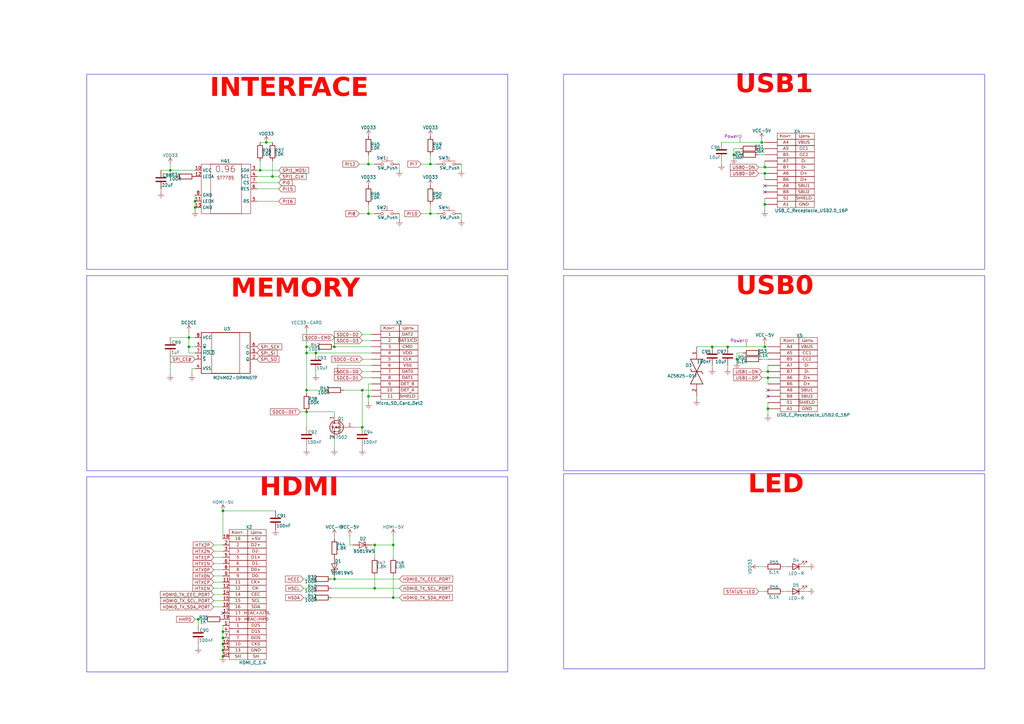
<source format=kicad_sch>
(kicad_sch (version 20250114) (generator "eeschema") (generator_version "9.0")
  (paper "A3")
  (title_block (title "Модуль вычислительный") (date "2025-05-19") (rev "1") (company "РТУ МИРЭА") (comment 1 "МРАГ.467442.002.Э3") (comment 2 "Корнилов В.В."))
  (rectangle (start 231.14 30.48) (end 403.86 110.49))
  (rectangle (start 35.56 195.58) (end 208.28 275.59))
  (rectangle (start 231.14 194.31) (end 403.86 274.32))
  (rectangle (start 35.56 113.03) (end 208.28 193.04))
  (rectangle (start 35.56 30.48) (end 208.28 110.49))
  (rectangle (start 231.14 113.03) (end 403.86 193.04))
  (text "USB1" (at 317.5 36.83 0) (effects (font (size 7.62 7.62) (thickness 0.254) (bold yes))))
  (text "INTERFACE" (at 118.618 38.354 0) (effects (font (size 7.62 7.62) (thickness 0.254) (bold yes))))
  (text "LED" (at 318.262 200.914 0) (effects (font (size 7.62 7.62) (thickness 0.254) (bold yes))))
  (text "USB0" (at 317.754 119.634 0) (effects (font (size 7.62 7.62) (thickness 0.254) (bold yes))))
  (text "MEMORY" (at 121.158 120.65 0) (effects (font (size 7.62 7.62) (thickness 0.254) (bold yes))))
  (text "HDMI" (at 122.682 202.184 0) (effects (font (size 7.62 7.62) (thickness 0.254) (bold yes))))
  (junction (at 314.96 152.4))
  (junction (at 161.29 245.11))
  (junction (at 148.59 160.02))
  (junction (at 125.73 144.78))
  (junction (at 137.16 237.49))
  (junction (at 313.69 71.12))
  (junction (at 80.01 82.55))
  (junction (at 314.96 167.64))
  (junction (at 176.53 67.31))
  (junction (at 176.53 87.63))
  (junction (at 151.13 67.31))
  (junction (at 148.59 175.26))
  (junction (at 77.47 142.24))
  (junction (at 125.73 168.91))
  (junction (at 292.1 142.24))
  (junction (at 125.73 160.02))
  (junction (at 313.69 142.24))
  (junction (at 109.22 58.42))
  (junction (at 91.44 259.08))
  (junction (at 91.44 261.62))
  (junction (at 300.99 63.5))
  (junction (at 298.45 142.24))
  (junction (at 151.13 162.56))
  (junction (at 77.47 138.43))
  (junction (at 111.76 72.39))
  (junction (at 129.54 144.78))
  (junction (at 106.68 69.85))
  (junction (at 153.67 241.3))
  (junction (at 137.16 142.24))
  (junction (at 312.42 58.42))
  (junction (at 151.13 87.63))
  (junction (at 80.01 85.09))
  (junction (at 313.69 68.58))
  (junction (at 153.67 223.52))
  (junction (at 81.28 254))
  (junction (at 91.44 209.55))
  (junction (at 91.44 264.16))
  (junction (at 302.26 147.32))
  (junction (at 69.85 69.85))
  (junction (at 125.73 142.24))
  (junction (at 161.29 223.52))
  (junction (at 91.44 266.7))
  (junction (at 314.96 154.94))
  (junction (at 91.44 269.24))
  (junction (at 313.69 83.82))
  (no_connect (at 313.69 78.74))
  (no_connect (at 314.96 160.02))
  (no_connect (at 91.44 251.46))
  (no_connect (at 314.96 162.56))
  (no_connect (at 313.69 76.2))
  (wire (pts (xy 124.46 237.49) (xy 128.27 237.49)))
  (wire (pts (xy 148.59 147.32) (xy 152.4 147.32)))
  (wire (pts (xy 314.96 167.64) (xy 314.96 170.18)))
  (wire (pts (xy 147.32 67.31) (xy 151.13 67.31)))
  (wire (pts (xy 153.67 241.3) (xy 153.67 236.22)))
  (wire (pts (xy 152.4 223.52) (xy 153.67 223.52)))
  (wire (pts (xy 143.51 223.52) (xy 144.78 223.52)))
  (wire (pts (xy 314.96 154.94) (xy 312.42 154.94)))
  (wire (pts (xy 314.96 149.86) (xy 314.96 152.4)))
  (wire (pts (xy 137.16 180.34) (xy 137.16 184.15)))
  (wire (pts (xy 125.73 144.78) (xy 125.73 160.02)))
  (wire (pts (xy 125.73 144.78) (xy 129.54 144.78)))
  (wire (pts (xy 69.85 138.43) (xy 77.47 138.43)))
  (wire (pts (xy 300.99 64.77) (xy 300.99 63.5)))
  (wire (pts (xy 153.67 67.31) (xy 151.13 67.31)))
  (wire (pts (xy 87.63 248.92) (xy 91.44 248.92)))
  (wire (pts (xy 148.59 182.88) (xy 148.59 184.15)))
  (wire (pts (xy 137.16 168.91) (xy 137.16 170.18)))
  (wire (pts (xy 87.63 223.52) (xy 91.44 223.52)))
  (wire (pts (xy 322.58 242.57) (xy 321.31 242.57)))
  (wire (pts (xy 312.42 144.78) (xy 314.96 144.78)))
  (wire (pts (xy 91.44 259.08) (xy 91.44 261.62)))
  (wire (pts (xy 125.73 135.89) (xy 125.73 142.24)))
  (wire (pts (xy 148.59 152.4) (xy 152.4 152.4)))
  (wire (pts (xy 77.47 138.43) (xy 77.47 135.89)))
  (wire (pts (xy 69.85 146.05) (xy 69.85 153.67)))
  (wire (pts (xy 69.85 72.39) (xy 69.85 69.85)))
  (wire (pts (xy 87.63 243.84) (xy 91.44 243.84)))
  (wire (pts (xy 114.3 77.47) (xy 105.41 77.47)))
  (wire (pts (xy 106.68 66.04) (xy 106.68 69.85)))
  (wire (pts (xy 148.59 160.02) (xy 152.4 160.02)))
  (wire (pts (xy 125.73 175.26) (xy 125.73 168.91)))
  (wire (pts (xy 91.44 209.55) (xy 113.03 209.55)))
  (wire (pts (xy 124.46 245.11) (xy 128.27 245.11)))
  (wire (pts (xy 331.47 232.41) (xy 330.2 232.41)))
  (wire (pts (xy 314.96 165.1) (xy 314.96 167.64)))
  (wire (pts (xy 148.59 160.02) (xy 148.59 175.26)))
  (wire (pts (xy 163.83 67.31) (xy 163.83 69.85)))
  (wire (pts (xy 179.07 67.31) (xy 176.53 67.31)))
  (wire (pts (xy 313.69 66.04) (xy 313.69 68.58)))
  (wire (pts (xy 148.59 154.94) (xy 152.4 154.94)))
  (wire (pts (xy 161.29 245.11) (xy 163.83 245.11)))
  (wire (pts (xy 123.19 168.91) (xy 125.73 168.91)))
  (wire (pts (xy 303.53 63.5) (xy 300.99 63.5)))
  (wire (pts (xy 125.73 144.78) (xy 125.73 142.24)))
  (wire (pts (xy 298.45 142.24) (xy 292.1 142.24)))
  (wire (pts (xy 322.58 232.41) (xy 321.31 232.41)))
  (wire (pts (xy 151.13 87.63) (xy 151.13 83.82)))
  (wire (pts (xy 161.29 223.52) (xy 161.29 219.71)))
  (wire (pts (xy 69.85 69.85) (xy 80.01 69.85)))
  (wire (pts (xy 311.15 63.5) (xy 313.69 63.5)))
  (wire (pts (xy 87.63 228.6) (xy 91.44 228.6)))
  (wire (pts (xy 91.44 261.62) (xy 91.44 264.16)))
  (wire (pts (xy 124.46 241.3) (xy 128.27 241.3)))
  (wire (pts (xy 140.97 160.02) (xy 148.59 160.02)))
  (wire (pts (xy 302.26 148.59) (xy 302.26 147.32)))
  (wire (pts (xy 137.16 237.49) (xy 163.83 237.49)))
  (wire (pts (xy 80.01 151.13) (xy 78.74 151.13)))
  (wire (pts (xy 125.73 168.91) (xy 137.16 168.91)))
  (wire (pts (xy 189.23 67.31) (xy 189.23 69.85)))
  (wire (pts (xy 313.69 140.97) (xy 313.69 142.24)))
  (wire (pts (xy 151.13 67.31) (xy 151.13 63.5)))
  (wire (pts (xy 80.01 80.01) (xy 80.01 82.55)))
  (wire (pts (xy 312.42 57.15) (xy 312.42 58.42)))
  (wire (pts (xy 314.96 152.4) (xy 312.42 152.4)))
  (wire (pts (xy 153.67 223.52) (xy 161.29 223.52)))
  (wire (pts (xy 314.96 154.94) (xy 314.96 157.48)))
  (wire (pts (xy 87.63 233.68) (xy 91.44 233.68)))
  (wire (pts (xy 114.3 72.39) (xy 111.76 72.39)))
  (wire (pts (xy 137.16 219.71) (xy 137.16 220.98)))
  (wire (pts (xy 152.4 157.48) (xy 151.13 157.48)))
  (wire (pts (xy 106.68 69.85) (xy 105.41 69.85)))
  (wire (pts (xy 313.69 68.58) (xy 311.15 68.58)))
  (wire (pts (xy 179.07 87.63) (xy 176.53 87.63)))
  (wire (pts (xy 153.67 223.52) (xy 153.67 228.6)))
  (wire (pts (xy 77.47 138.43) (xy 80.01 138.43)))
  (wire (pts (xy 312.42 58.42) (xy 295.91 58.42)))
  (wire (pts (xy 161.29 236.22) (xy 161.29 245.11)))
  (wire (pts (xy 114.3 82.55) (xy 105.41 82.55)))
  (wire (pts (xy 125.73 160.02) (xy 125.73 161.29)))
  (wire (pts (xy 311.15 242.57) (xy 313.69 242.57)))
  (wire (pts (xy 106.68 58.42) (xy 109.22 58.42)))
  (wire (pts (xy 91.44 256.54) (xy 91.44 259.08)))
  (wire (pts (xy 313.69 142.24) (xy 298.45 142.24)))
  (wire (pts (xy 81.28 265.43) (xy 81.28 264.16)))
  (wire (pts (xy 80.01 144.78) (xy 77.47 144.78)))
  (wire (pts (xy 77.47 142.24) (xy 80.01 142.24)))
  (wire (pts (xy 137.16 142.24) (xy 152.4 142.24)))
  (wire (pts (xy 312.42 58.42) (xy 313.69 58.42)))
  (wire (pts (xy 78.74 151.13) (xy 78.74 153.67)))
  (wire (pts (xy 87.63 241.3) (xy 91.44 241.3)))
  (wire (pts (xy 304.8 147.32) (xy 302.26 147.32)))
  (wire (pts (xy 172.72 87.63) (xy 176.53 87.63)))
  (wire (pts (xy 114.3 74.93) (xy 105.41 74.93)))
  (wire (pts (xy 138.43 151.13) (xy 138.43 149.86)))
  (wire (pts (xy 161.29 245.11) (xy 135.89 245.11)))
  (wire (pts (xy 147.32 87.63) (xy 151.13 87.63)))
  (wire (pts (xy 66.04 69.85) (xy 69.85 69.85)))
  (wire (pts (xy 153.67 241.3) (xy 163.83 241.3)))
  (wire (pts (xy 87.63 238.76) (xy 91.44 238.76)))
  (wire (pts (xy 153.67 87.63) (xy 151.13 87.63)))
  (wire (pts (xy 313.69 83.82) (xy 313.69 81.28)))
  (wire (pts (xy 298.45 149.86) (xy 298.45 151.13)))
  (wire (pts (xy 80.01 254) (xy 81.28 254)))
  (wire (pts (xy 72.39 72.39) (xy 69.85 72.39)))
  (wire (pts (xy 80.01 82.55) (xy 80.01 85.09)))
  (wire (pts (xy 313.69 71.12) (xy 311.15 71.12)))
  (wire (pts (xy 91.44 269.24) (xy 91.44 266.7)))
  (wire (pts (xy 176.53 87.63) (xy 176.53 83.82)))
  (wire (pts (xy 138.43 149.86) (xy 152.4 149.86)))
  (wire (pts (xy 311.15 232.41) (xy 313.69 232.41)))
  (wire (pts (xy 137.16 138.43) (xy 137.16 142.24)))
  (wire (pts (xy 69.85 67.31) (xy 69.85 69.85)))
  (wire (pts (xy 300.99 63.5) (xy 300.99 60.96)))
  (wire (pts (xy 312.42 147.32) (xy 314.96 147.32)))
  (wire (pts (xy 148.59 139.7) (xy 152.4 139.7)))
  (wire (pts (xy 313.69 71.12) (xy 313.69 73.66)))
  (wire (pts (xy 148.59 137.16) (xy 152.4 137.16)))
  (wire (pts (xy 285.75 163.83) (xy 285.75 162.56)))
  (wire (pts (xy 151.13 162.56) (xy 152.4 162.56)))
  (wire (pts (xy 135.89 241.3) (xy 153.67 241.3)))
  (wire (pts (xy 172.72 67.31) (xy 176.53 67.31)))
  (wire (pts (xy 109.22 58.42) (xy 111.76 58.42)))
  (wire (pts (xy 313.69 86.36) (xy 313.69 83.82)))
  (wire (pts (xy 77.47 144.78) (xy 77.47 142.24)))
  (wire (pts (xy 295.91 66.04) (xy 295.91 67.31)))
  (wire (pts (xy 143.51 219.71) (xy 143.51 223.52)))
  (wire (pts (xy 91.44 264.16) (xy 91.44 266.7)))
  (wire (pts (xy 151.13 165.1) (xy 151.13 162.56)))
  (wire (pts (xy 87.63 226.06) (xy 91.44 226.06)))
  (wire (pts (xy 111.76 72.39) (xy 105.41 72.39)))
  (wire (pts (xy 292.1 149.86) (xy 292.1 151.13)))
  (wire (pts (xy 137.16 236.22) (xy 137.16 237.49)))
  (wire (pts (xy 292.1 142.24) (xy 285.75 142.24)))
  (wire (pts (xy 80.01 86.36) (xy 80.01 85.09)))
  (wire (pts (xy 311.15 60.96) (xy 313.69 60.96)))
  (wire (pts (xy 151.13 157.48) (xy 151.13 162.56)))
  (wire (pts (xy 81.28 254) (xy 81.28 256.54)))
  (wire (pts (xy 133.35 160.02) (xy 125.73 160.02)))
  (wire (pts (xy 111.76 66.04) (xy 111.76 72.39)))
  (wire (pts (xy 87.63 246.38) (xy 91.44 246.38)))
  (wire (pts (xy 302.26 147.32) (xy 302.26 144.78)))
  (wire (pts (xy 331.47 242.57) (xy 330.2 242.57)))
  (wire (pts (xy 91.44 209.55) (xy 91.44 220.98)))
  (wire (pts (xy 114.3 69.85) (xy 106.68 69.85)))
  (wire (pts (xy 144.78 175.26) (xy 148.59 175.26)))
  (wire (pts (xy 87.63 236.22) (xy 91.44 236.22)))
  (wire (pts (xy 152.4 144.78) (xy 129.54 144.78)))
  (wire (pts (xy 161.29 223.52) (xy 161.29 228.6)))
  (wire (pts (xy 176.53 67.31) (xy 176.53 63.5)))
  (wire (pts (xy 87.63 231.14) (xy 91.44 231.14)))
  (wire (pts (xy 313.69 142.24) (xy 314.96 142.24)))
  (wire (pts (xy 302.26 144.78) (xy 304.8 144.78)))
  (wire (pts (xy 129.54 152.4) (xy 129.54 153.67)))
  (wire (pts (xy 135.89 237.49) (xy 137.16 237.49)))
  (wire (pts (xy 189.23 87.63) (xy 189.23 90.17)))
  (wire (pts (xy 81.28 254) (xy 83.82 254)))
  (wire (pts (xy 163.83 87.63) (xy 163.83 90.17)))
  (wire (pts (xy 300.99 60.96) (xy 303.53 60.96)))
  (wire (pts (xy 125.73 142.24) (xy 129.54 142.24)))
  (wire (pts (xy 66.04 77.47) (xy 66.04 78.74)))
  (wire (pts (xy 77.47 142.24) (xy 77.47 138.43)))
  (wire (pts (xy 125.73 182.88) (xy 125.73 184.15)))
  (global_label "HTX0N" (shape input) (at 87.63 236.22 180) (property "Intersheetrefs" "${INTERSHEET_REFS}" (effects (hide yes))))
  (global_label "USB0-DN" (shape input) (at 311.15 68.58 180) (property "Intersheetrefs" "${INTERSHEET_REFS}" (effects (hide yes))))
  (global_label "SDC0-DET" (shape input) (at 123.19 168.91 180) (property "Intersheetrefs" "${INTERSHEET_REFS}" (effects (hide yes))))
  (global_label "PI7" (shape input) (at 172.72 67.31 180) (property "Intersheetrefs" "${INTERSHEET_REFS}" (effects (hide yes))))
  (global_label "SDC0-D2" (shape input) (at 148.59 137.16 180) (property "Intersheetrefs" "${INTERSHEET_REFS}" (effects (hide yes))))
  (global_label "PI15" (shape input) (at 114.3 77.47 0) (property "Intersheetrefs" "${INTERSHEET_REFS}" (effects (hide yes))))
  (global_label "PI10" (shape input) (at 172.72 87.63 180) (property "Intersheetrefs" "${INTERSHEET_REFS}" (effects (hide yes))))
  (global_label "SPI1_CLK" (shape input) (at 114.3 72.39 0) (property "Intersheetrefs" "${INTERSHEET_REFS}" (effects (hide yes))))
  (global_label "PI8" (shape input) (at 147.32 87.63 180) (property "Intersheetrefs" "${INTERSHEET_REFS}" (effects (hide yes))))
  (global_label "PI12" (shape input) (at 147.32 67.31 180) (property "Intersheetrefs" "${INTERSHEET_REFS}" (effects (hide yes))))
  (global_label "USB1-DP" (shape input) (at 312.42 154.94 180) (property "Intersheetrefs" "${INTERSHEET_REFS}" (effects (hide yes))))
  (global_label "SDC0-D3" (shape input) (at 148.59 139.7 180) (property "Intersheetrefs" "${INTERSHEET_REFS}" (effects (hide yes))))
  (global_label "PI16" (shape input) (at 114.3 82.55 0) (property "Intersheetrefs" "${INTERSHEET_REFS}" (effects (hide yes))))
  (global_label "HDMI0_TX_CEC_PORT" (shape input) (at 163.83 237.49 0) (property "Intersheetrefs" "${INTERSHEET_REFS}" (effects (hide yes))))
  (global_label "HDMI0_TX_SDA_PORT" (shape input) (at 163.83 245.11 0) (property "Intersheetrefs" "${INTERSHEET_REFS}" (effects (hide yes))))
  (global_label "HSDA" (shape input) (at 124.46 245.11 180) (property "Intersheetrefs" "${INTERSHEET_REFS}" (effects (hide yes))))
  (global_label "HDMI0_TX_SCL_PORT" (shape input) (at 87.63 246.38 180) (property "Intersheetrefs" "${INTERSHEET_REFS}" (effects (hide yes))))
  (global_label "HTX2N" (shape input) (at 87.63 226.06 180) (property "Intersheetrefs" "${INTERSHEET_REFS}" (effects (hide yes))))
  (global_label "USB0-DP" (shape input) (at 311.15 71.12 180) (property "Intersheetrefs" "${INTERSHEET_REFS}" (effects (hide yes))))
  (global_label "HTX0P" (shape input) (at 87.63 233.68 180) (property "Intersheetrefs" "${INTERSHEET_REFS}" (effects (hide yes))))
  (global_label "HTX2P" (shape input) (at 87.63 223.52 180) (property "Intersheetrefs" "${INTERSHEET_REFS}" (effects (hide yes))))
  (global_label "HTX1N" (shape input) (at 87.63 231.14 180) (property "Intersheetrefs" "${INTERSHEET_REFS}" (effects (hide yes))))
  (global_label "SDC0-CLK" (shape input) (at 148.59 147.32 180) (property "Intersheetrefs" "${INTERSHEET_REFS}" (effects (hide yes))))
  (global_label "HDMI0_TX_SDA_PORT" (shape input) (at 87.63 248.92 180) (property "Intersheetrefs" "${INTERSHEET_REFS}" (effects (hide yes))))
  (global_label "SDC0-D1" (shape input) (at 148.59 154.94 180) (property "Intersheetrefs" "${INTERSHEET_REFS}" (effects (hide yes))))
  (global_label "USB1-DN" (shape input) (at 312.42 152.4 180) (property "Intersheetrefs" "${INTERSHEET_REFS}" (effects (hide yes))))
  (global_label "PI0" (shape input) (at 114.3 74.93 0) (property "Intersheetrefs" "${INTERSHEET_REFS}" (effects (hide yes))))
  (global_label "HDMI0_TX_CEC_PORT" (shape input) (at 87.63 243.84 180) (property "Intersheetrefs" "${INTERSHEET_REFS}" (effects (hide yes))))
  (global_label "HCEC" (shape input) (at 124.46 237.49 180) (property "Intersheetrefs" "${INTERSHEET_REFS}" (effects (hide yes))))
  (global_label "HDMI0_TX_SCL_PORT" (shape input) (at 163.83 241.3 0) (property "Intersheetrefs" "${INTERSHEET_REFS}" (effects (hide yes))))
  (global_label "SDC0-CMD" (shape input) (at 137.16 138.43 180) (property "Intersheetrefs" "${INTERSHEET_REFS}" (effects (hide yes))))
  (global_label "HHPD" (shape input) (at 80.01 254 180) (property "Intersheetrefs" "${INTERSHEET_REFS}" (effects (hide yes))))
  (global_label "SDC0-D0" (shape input) (at 148.59 152.4 180) (property "Intersheetrefs" "${INTERSHEET_REFS}" (effects (hide yes))))
  (global_label "HTX1P" (shape input) (at 87.63 228.6 180) (property "Intersheetrefs" "${INTERSHEET_REFS}" (effects (hide yes))))
  (global_label "HTXCP" (shape input) (at 87.63 238.76 180) (property "Intersheetrefs" "${INTERSHEET_REFS}" (effects (hide yes))))
  (global_label "SPI_SCK" (shape input) (at 105.41 142.24 0) (property "Intersheetrefs" "${INTERSHEET_REFS}" (effects (hide yes))))
  (global_label "HTXCN" (shape input) (at 87.63 241.3 180) (property "Intersheetrefs" "${INTERSHEET_REFS}" (effects (hide yes))))
  (global_label "SPI_SI" (shape input) (at 105.41 144.78 0) (property "Intersheetrefs" "${INTERSHEET_REFS}" (effects (hide yes))))
  (global_label "HSCL" (shape input) (at 124.46 241.3 180) (property "Intersheetrefs" "${INTERSHEET_REFS}" (effects (hide yes))))
  (global_label "STATUS-LED" (shape input) (at 311.15 242.57 180) (property "Intersheetrefs" "${INTERSHEET_REFS}" (effects (hide yes))))
  (global_label "SPI_SO" (shape input) (at 105.41 147.32 0) (property "Intersheetrefs" "${INTERSHEET_REFS}" (effects (hide yes))))
  (global_label "SPI_CE#" (shape input) (at 80.01 147.32 180) (property "Intersheetrefs" "${INTERSHEET_REFS}" (effects (hide yes))))
  (global_label "SPI1_MOSI" (shape input) (at 114.3 69.85 0) (property "Intersheetrefs" "${INTERSHEET_REFS}" (effects (hide yes))))
  (netclass_flag "" (length 2.54) (shape round) (at 303.53 58.42 0) (property "Netclass" "Power" (at 302.8315 55.88 0) (effects (justify right))))
  (netclass_flag "" (length 2.54) (shape round) (at 306.07 142.24 0) (property "Netclass" "Power" (at 305.3715 139.7 0) (effects (justify right))))
  (symbol (lib_id "Connector:USB_C_Receptacle_USB2.0_16P") (at 320.04 138.43 0) (unit 1)
    (property "Reference" "X5" (at 326.644 137.668 0) (effects (justify left)))
    (property "Value" "USB_C_Receptacle_USB2.0_16P" (at 318.516 170.18 0) (effects (justify left)))
    (property "Footprint" "Connector_USB:USB_C_Receptacle_G-Switch_GT-USB-7010ASV" (effects (hide yes)))
    (property "Datasheet" "https://www.usb.org/sites/default/files/documents/usb_type-c.zip" (effects (hide yes)))
    (property "Description" "USB 2.0-only 16P Type-C Receptacle connector" (effects (hide yes)))
  )
  (symbol (lib_id "Memory_EEPROM:M95256-WMN6P") (at 90.17 142.24 0) (unit 1)
    (property "Reference" "U3" (at 91.694 134.874 0) (effects (justify left)))
    (property "Value" "M24M02-DRMN6TP" (at 87.376 154.94 0) (effects (justify left)))
    (property "Footprint" "Package_SO:SOIC-8_3.9x4.9mm_P1.27mm" (effects (hide yes)))
    (property "Datasheet" "http://www.st.com/content/ccc/resource/technical/document/datasheet/9d/75/f0/3e/76/00/4c/0b/CD00103810.pdf/files/CD00103810.pdf/jcr:content/translations/en.CD00103810.pdf" (effects (hide yes)))
    (property "Description" "SPI EEPROM, 256Kb (32K x 8), No Identification Page, 2.5 to 5.5V, SO8" (effects (hide yes)))
  )
  (symbol (lib_id "Device:R") (at 76.2 72.39 270) (unit 1)
    (property "Reference" "R34" (at 72.136 71.628 90))
    (property "Value" "100R" (at 71.882 73.406 90))
    (property "Footprint" "Resistor_SMD:R_0402_1005Metric" (effects (hide yes)))
    (property "Description" "Resistor" (effects (hide yes)))
  )
  (symbol (lib_id "power:Earth") (at 80.01 86.36 0) (unit 1)
    (property "Reference" "#PWR0154" (effects (hide yes)))
    (property "Value" "Earth" (effects (hide yes)))
    (property "Description" "Power symbol creates a global label with name \"Earth\"" (effects (hide yes)))
  )
  (symbol (lib_name "USB_C_Receptacle_USB2.0_16P_1") (lib_id "Connector:USB_C_Receptacle_USB2.0_16P") (at 318.77 66.04 0) (unit 1)
    (property "Reference" "X4" (at 325.628 53.848 0) (effects (justify left)))
    (property "Value" "USB_C_Receptacle_USB2.0_16P" (at 317.754 86.36 0) (effects (justify left)))
    (property "Footprint" "Connector_USB:USB_C_Receptacle_G-Switch_GT-USB-7010ASV" (effects (hide yes)))
    (property "Datasheet" "https://www.usb.org/sites/default/files/documents/usb_type-c.zip" (effects (hide yes)))
    (property "Description" "USB 2.0-only 16P Type-C Receptacle connector" (effects (hide yes)))
  )
  (symbol (lib_id "Device:R") (at 87.63 254 270) (unit 1)
    (property "Reference" "R35" (at 83.566 253.238 90))
    (property "Value" "1K" (at 83.312 255.016 90))
    (property "Footprint" "Resistor_SMD:R_0402_1005Metric" (effects (hide yes)))
    (property "Description" "Resistor" (effects (hide yes)))
  )
  (symbol (lib_id "Device:R") (at 151.13 80.01 0) (unit 1)
    (property "Reference" "R46" (at 153.924 79.502 0))
    (property "Value" "10K" (at 153.924 81.026 0))
    (property "Footprint" "Resistor_SMD:R_0402_1005Metric" (effects (hide yes)))
    (property "Description" "Resistor" (effects (hide yes)))
  )
  (symbol (lib_id "Device:C") (at 148.59 179.07 0) (unit 1)
    (property "Reference" "C94" (at 149.098 177.292 0) (effects (justify left)))
    (property "Value" "100nF" (at 148.844 181.356 0) (effects (justify left)))
    (property "Footprint" "Capacitor_SMD:C_0402_1005Metric" (effects (hide yes)))
    (property "Description" "Unpolarized capacitor" (effects (hide yes)))
  )
  (symbol (lib_id "Device:R") (at 176.53 80.01 0) (unit 1)
    (property "Reference" "R50" (at 179.324 79.502 0))
    (property "Value" "10K" (at 179.324 81.026 0))
    (property "Footprint" "Resistor_SMD:R_0402_1005Metric" (effects (hide yes)))
    (property "Description" "Resistor" (effects (hide yes)))
  )
  (symbol (lib_id "power:+3V8") (at 91.44 209.55 0) (unit 1)
    (property "Reference" "#PWR0156" (effects (hide yes)))
    (property "Value" "HDMI-5V" (at 91.44 205.994 0))
    (property "Description" "Power symbol creates a global label with name \"+3V8\"" (effects (hide yes)))
  )
  (symbol (lib_id "Device:R") (at 132.08 241.3 270) (unit 1)
    (property "Reference" "R40" (at 128.016 240.538 90))
    (property "Value" "100R" (at 127.508 242.316 90))
    (property "Footprint" "Resistor_SMD:R_0402_1005Metric" (effects (hide yes)))
    (property "Description" "Resistor" (effects (hide yes)))
  )
  (symbol (lib_id "power:Earth") (at 137.16 184.15 0) (unit 1)
    (property "Reference" "#PWR0163" (effects (hide yes)))
    (property "Value" "Earth" (effects (hide yes)))
    (property "Description" "Power symbol creates a global label with name \"Earth\"" (effects (hide yes)))
  )
  (symbol (lib_id "power:+3V8") (at 176.53 76.2 0) (unit 1)
    (property "Reference" "#PWR0175" (effects (hide yes)))
    (property "Value" "VDD33" (at 176.53 72.644 0))
    (property "Description" "Power symbol creates a global label with name \"+3V8\"" (effects (hide yes)))
  )
  (symbol (lib_id "Diode:PMEG4010CEJ") (at 137.16 232.41 90) (unit 1)
    (property "Reference" "D1" (at 138.684 230.124 90))
    (property "Value" "B5819WS" (at 140.462 234.95 90))
    (property "Footprint" "Diode_SMD:D_SOD-323F" (effects (hide yes)))
    (property "Datasheet" "https://assets.nexperia.com/documents/data-sheet/PMEG4010CEH_PMEG4010CEJ.pdf" (effects (hide yes)))
    (property "Description" "40V, 1A very low Vf MEGA Schottky barrier rectifier, SOD-323F" (effects (hide yes)))
  )
  (symbol (lib_id "Device:C") (at 129.54 148.59 0) (unit 1)
    (property "Reference" "C93" (at 130.048 146.812 0) (effects (justify left)))
    (property "Value" "10uF" (at 129.794 150.876 0) (effects (justify left)))
    (property "Footprint" "Capacitor_SMD:C_0402_1005Metric" (effects (hide yes)))
    (property "Description" "Unpolarized capacitor" (effects (hide yes)))
  )
  (symbol (lib_id "power:Earth") (at 292.1 151.13 0) (mirror y) (unit 1)
    (property "Reference" "#PWR0179" (effects (hide yes)))
    (property "Value" "Earth" (effects (hide yes)))
    (property "Description" "Power symbol creates a global label with name \"Earth\"" (effects (hide yes)))
  )
  (symbol (lib_id "Device:C") (at 81.28 260.35 0) (unit 1)
    (property "Reference" "C90" (at 81.788 258.572 0) (effects (justify left)))
    (property "Value" "100nF" (at 81.534 262.636 0) (effects (justify left)))
    (property "Footprint" "Capacitor_SMD:C_0402_1005Metric" (effects (hide yes)))
    (property "Description" "Unpolarized capacitor" (effects (hide yes)))
  )
  (symbol (lib_id "Device:R") (at 317.5 242.57 90) (mirror x) (unit 1)
    (property "Reference" "R56" (at 317.5 240.792 90))
    (property "Value" "5.1K" (at 317.5 244.856 90))
    (property "Footprint" "Resistor_SMD:R_0402_1005Metric" (effects (hide yes)))
    (property "Description" "Resistor" (effects (hide yes)))
  )
  (symbol (lib_id "Switch:SW_Push") (at 158.75 67.31 0) (unit 1)
    (property "Reference" "SW1" (at 156.464 64.77 0))
    (property "Value" "SW_Push" (at 159.004 68.834 0))
    (property "Footprint" "Button_Switch_SMD:SW_Push_1P1T_NO_Vertical_Wuerth_434133025816" (effects (hide yes)))
    (property "Description" "Push button switch, generic, two pins" (effects (hide yes)))
  )
  (symbol (lib_id "ST7735 0_96:ST7735_0.96") (at 82.55 67.31 0) (unit 1)
    (property "Reference" "HG1" (at 92.456 66.04 0))
    (property "Value" "~" (at 92.71 66.04 0))
    (property "Footprint" "IPS_ST7735_0_96:ST7735 0.96" (effects (hide yes)))
  )
  (symbol (lib_id "Device:R") (at 308.61 144.78 270) (unit 1)
    (property "Reference" "R53" (at 312.674 144.018 90))
    (property "Value" "5.1K" (at 312.928 145.796 90))
    (property "Footprint" "Resistor_SMD:R_0402_1005Metric" (effects (hide yes)))
    (property "Description" "Resistor" (effects (hide yes)))
  )
  (symbol (lib_id "Device:C") (at 295.91 62.23 0) (mirror y) (unit 1)
    (property "Reference" "C96" (at 295.402 60.452 0) (effects (justify left)))
    (property "Value" "10uF" (at 295.656 64.516 0) (effects (justify left)))
    (property "Footprint" "Capacitor_SMD:C_0402_1005Metric" (effects (hide yes)))
    (property "Description" "Unpolarized capacitor" (effects (hide yes)))
  )
  (symbol (lib_id "Device:R") (at 132.08 237.49 270) (unit 1)
    (property "Reference" "R39" (at 128.016 236.728 90))
    (property "Value" "100R" (at 127.508 238.506 90))
    (property "Footprint" "Resistor_SMD:R_0402_1005Metric" (effects (hide yes)))
    (property "Description" "Resistor" (effects (hide yes)))
  )
  (symbol (lib_id "power:Earth") (at 125.73 184.15 0) (unit 1)
    (property "Reference" "#PWR0161" (effects (hide yes)))
    (property "Value" "Earth" (effects (hide yes)))
    (property "Description" "Power symbol creates a global label with name \"Earth\"" (effects (hide yes)))
  )
  (symbol (lib_id "power:Earth") (at 113.03 217.17 0) (unit 1)
    (property "Reference" "#PWR0159" (effects (hide yes)))
    (property "Value" "Earth" (effects (hide yes)))
    (property "Description" "Power symbol creates a global label with name \"Earth\"" (effects (hide yes)))
  )
  (symbol (lib_id "Device:R") (at 151.13 59.69 0) (unit 1)
    (property "Reference" "R45" (at 153.924 59.182 0))
    (property "Value" "10K" (at 153.924 60.706 0))
    (property "Footprint" "Resistor_SMD:R_0402_1005Metric" (effects (hide yes)))
    (property "Description" "Resistor" (effects (hide yes)))
  )
  (symbol (lib_id "Transistor_FET:2N7002") (at 139.7 175.26 0) (mirror y) (unit 1)
    (property "Reference" "Q1" (at 141.224 171.704 0) (effects (justify left)))
    (property "Value" "2N7002" (at 142.494 179.324 0) (effects (justify left)))
    (property "Footprint" "Package_TO_SOT_SMD:SOT-23" (effects (hide yes)))
    (property "Datasheet" "https://www.onsemi.com/pub/Collateral/NDS7002A-D.PDF" (effects (hide yes)))
    (property "Description" "0.115A Id, 60V Vds, N-Channel MOSFET, SOT-23" (effects (hide yes)))
  )
  (symbol (lib_id "power:Earth") (at 314.96 170.18 0) (unit 1)
    (property "Reference" "#PWR0188" (effects (hide yes)))
    (property "Value" "Earth" (effects (hide yes)))
    (property "Description" "Power symbol creates a global label with name \"Earth\"" (effects (hide yes)))
  )
  (symbol (lib_id "power:+3V8") (at 161.29 219.71 0) (unit 1)
    (property "Reference" "#PWR0171" (effects (hide yes)))
    (property "Value" "HDMI-5V" (at 161.29 216.154 0))
    (property "Description" "Power symbol creates a global label with name \"+3V8\"" (effects (hide yes)))
  )
  (symbol (lib_id "Device:R") (at 161.29 232.41 0) (unit 1)
    (property "Reference" "R48" (at 163.83 230.886 0))
    (property "Value" "1.8K" (at 164.084 232.41 0))
    (property "Footprint" "Resistor_SMD:R_0402_1005Metric" (effects (hide yes)))
    (property "Description" "Resistor" (effects (hide yes)))
  )
  (symbol (lib_id "power:+3V8") (at 151.13 55.88 0) (unit 1)
    (property "Reference" "#PWR0168" (effects (hide yes)))
    (property "Value" "VDD33" (at 151.13 52.324 0))
    (property "Description" "Power symbol creates a global label with name \"+3V8\"" (effects (hide yes)))
  )
  (symbol (lib_id "power:Earth") (at 91.44 269.24 0) (unit 1)
    (property "Reference" "#PWR0157" (effects (hide yes)))
    (property "Value" "Earth" (effects (hide yes)))
    (property "Description" "Power symbol creates a global label with name \"Earth\"" (effects (hide yes)))
  )
  (symbol (lib_id "power:Earth") (at 331.47 232.41 90) (unit 1)
    (property "Reference" "#PWR0189" (effects (hide yes)))
    (property "Value" "Earth" (effects (hide yes)))
    (property "Description" "Power symbol creates a global label with name \"Earth\"" (effects (hide yes)))
  )
  (symbol (lib_id "Switch:SW_Push") (at 184.15 67.31 0) (unit 1)
    (property "Reference" "SW3" (at 181.864 64.77 0))
    (property "Value" "SW_Push" (at 184.404 68.834 0))
    (property "Footprint" "Button_Switch_SMD:SW_Push_1P1T_NO_Vertical_Wuerth_434133025816" (effects (hide yes)))
    (property "Description" "Push button switch, generic, two pins" (effects (hide yes)))
  )
  (symbol (lib_id "power:+3V8") (at 77.47 135.89 0) (unit 1)
    (property "Reference" "#PWR0152" (effects (hide yes)))
    (property "Value" "DCDCE" (at 77.47 132.334 0))
    (property "Description" "Power symbol creates a global label with name \"+3V8\"" (effects (hide yes)))
  )
  (symbol (lib_id "power:+3V8") (at 151.13 76.2 0) (unit 1)
    (property "Reference" "#PWR0169" (effects (hide yes)))
    (property "Value" "VDD33" (at 151.13 72.644 0))
    (property "Description" "Power symbol creates a global label with name \"+3V8\"" (effects (hide yes)))
  )
  (symbol (lib_id "power:Earth") (at 163.83 69.85 0) (unit 1)
    (property "Reference" "#PWR0172" (effects (hide yes)))
    (property "Value" "Earth" (effects (hide yes)))
    (property "Description" "Power symbol creates a global label with name \"Earth\"" (effects (hide yes)))
  )
  (symbol (lib_id "power:Earth") (at 302.26 148.59 0) (mirror y) (unit 1)
    (property "Reference" "#PWR0183" (effects (hide yes)))
    (property "Value" "Earth" (effects (hide yes)))
    (property "Description" "Power symbol creates a global label with name \"Earth\"" (effects (hide yes)))
  )
  (symbol (lib_id "power:Earth") (at 81.28 265.43 0) (unit 1)
    (property "Reference" "#PWR0155" (effects (hide yes)))
    (property "Value" "Earth" (effects (hide yes)))
    (property "Description" "Power symbol creates a global label with name \"Earth\"" (effects (hide yes)))
  )
  (symbol (lib_id "power:Earth") (at 298.45 151.13 0) (mirror y) (unit 1)
    (property "Reference" "#PWR0181" (effects (hide yes)))
    (property "Value" "Earth" (effects (hide yes)))
    (property "Description" "Power symbol creates a global label with name \"Earth\"" (effects (hide yes)))
  )
  (symbol (lib_id "Connector:HDMI_C_1.4") (at 92.71 223.52 0) (unit 1)
    (property "Reference" "X2" (at 100.838 216.154 0) (effects (justify left)))
    (property "Value" "HDMI_C_1.4" (at 98.044 271.78 0) (effects (justify left)))
    (property "Footprint" "Connector_Video:HDMI_Micro-D_Molex_46765-2x0x" (effects (hide yes)))
    (property "Datasheet" "http://pinoutguide.com/PortableDevices/mini_hdmi_pinout.shtml" (effects (hide yes)))
    (property "Description" "HDMI 1.4+ type C connector" (effects (hide yes)))
  )
  (symbol (lib_id "Device:R") (at 111.76 62.23 0) (unit 1)
    (property "Reference" "R37" (at 114.554 61.722 0))
    (property "Value" "10K" (at 114.554 63.246 0))
    (property "Footprint" "Resistor_SMD:R_0402_1005Metric" (effects (hide yes)))
    (property "Description" "Resistor" (effects (hide yes)))
  )
  (symbol (lib_id "power:Earth") (at 300.99 64.77 0) (mirror y) (unit 1)
    (property "Reference" "#PWR0182" (effects (hide yes)))
    (property "Value" "Earth" (effects (hide yes)))
    (property "Description" "Power symbol creates a global label with name \"Earth\"" (effects (hide yes)))
  )
  (symbol (lib_id "power:+3V8") (at 137.16 219.71 0) (unit 1)
    (property "Reference" "#PWR0164" (effects (hide yes)))
    (property "Value" "VCC-IO" (at 137.16 216.154 0))
    (property "Description" "Power symbol creates a global label with name \"+3V8\"" (effects (hide yes)))
  )
  (symbol (lib_id "power:+3V8") (at 109.22 58.42 0) (unit 1)
    (property "Reference" "#PWR0158" (effects (hide yes)))
    (property "Value" "VDD33" (at 109.22 54.864 0))
    (property "Description" "Power symbol creates a global label with name \"+3V8\"" (effects (hide yes)))
  )
  (symbol (lib_id "power:+3V8") (at 69.85 67.31 0) (unit 1)
    (property "Reference" "#PWR0150" (effects (hide yes)))
    (property "Value" "VDD33" (at 69.85 63.754 0))
    (property "Description" "Power symbol creates a global label with name \"+3V8\"" (effects (hide yes)))
  )
  (symbol (lib_id "Switch:SW_Push") (at 158.75 87.63 0) (unit 1)
    (property "Reference" "SW2" (at 156.464 85.09 0))
    (property "Value" "SW_Push" (at 159.004 89.154 0))
    (property "Footprint" "Button_Switch_SMD:SW_Push_1P1T_NO_Vertical_Wuerth_434133025816" (effects (hide yes)))
    (property "Description" "Push button switch, generic, two pins" (effects (hide yes)))
  )
  (symbol (lib_id "Device:R") (at 137.16 160.02 270) (unit 1)
    (property "Reference" "R43" (at 133.096 159.258 90))
    (property "Value" "100K" (at 132.842 161.036 90))
    (property "Footprint" "Resistor_SMD:R_0402_1005Metric" (effects (hide yes)))
    (property "Description" "Resistor" (effects (hide yes)))
  )
  (symbol (lib_id "Device:R") (at 125.73 165.1 0) (unit 1)
    (property "Reference" "R38" (at 128.27 163.576 0))
    (property "Value" "100K" (at 128.524 165.1 0))
    (property "Footprint" "Resistor_SMD:R_0402_1005Metric" (effects (hide yes)))
    (property "Description" "Resistor" (effects (hide yes)))
  )
  (symbol (lib_id "Device:C") (at 113.03 213.36 0) (unit 1)
    (property "Reference" "C91" (at 113.538 211.582 0) (effects (justify left)))
    (property "Value" "100nF" (at 113.284 215.646 0) (effects (justify left)))
    (property "Footprint" "Capacitor_SMD:C_0402_1005Metric" (effects (hide yes)))
    (property "Description" "Unpolarized capacitor" (effects (hide yes)))
  )
  (symbol (lib_id "power:Earth") (at 331.47 242.57 90) (unit 1)
    (property "Reference" "#PWR0190" (effects (hide yes)))
    (property "Value" "Earth" (effects (hide yes)))
    (property "Description" "Power symbol creates a global label with name \"Earth\"" (effects (hide yes)))
  )
  (symbol (lib_id "power:Earth") (at 129.54 153.67 0) (unit 1)
    (property "Reference" "#PWR0162" (effects (hide yes)))
    (property "Value" "Earth" (effects (hide yes)))
    (property "Description" "Power symbol creates a global label with name \"Earth\"" (effects (hide yes)))
  )
  (symbol (lib_id "Device:R") (at 308.61 147.32 270) (unit 1)
    (property "Reference" "R54" (at 304.546 146.558 90))
    (property "Value" "5.1K" (at 304.292 148.336 90))
    (property "Footprint" "Resistor_SMD:R_0402_1005Metric" (effects (hide yes)))
    (property "Description" "Resistor" (effects (hide yes)))
  )
  (symbol (lib_id "Device:C") (at 292.1 146.05 0) (mirror y) (unit 1)
    (property "Reference" "C95" (at 291.592 144.272 0) (effects (justify left)))
    (property "Value" "100nF" (at 291.846 148.336 0) (effects (justify left)))
    (property "Footprint" "Capacitor_SMD:C_0402_1005Metric" (effects (hide yes)))
    (property "Description" "Unpolarized capacitor" (effects (hide yes)))
  )
  (symbol (lib_id "power:Earth") (at 285.75 163.83 0) (mirror y) (unit 1)
    (property "Reference" "#PWR0178" (effects (hide yes)))
    (property "Value" "Earth" (effects (hide yes)))
    (property "Description" "Power symbol creates a global label with name \"Earth\"" (effects (hide yes)))
  )
  (symbol (lib_id "Device:R") (at 317.5 232.41 90) (mirror x) (unit 1)
    (property "Reference" "R55" (at 317.5 230.632 90))
    (property "Value" "5.1K" (at 317.5 234.696 90))
    (property "Footprint" "Resistor_SMD:R_0402_1005Metric" (effects (hide yes)))
    (property "Description" "Resistor" (effects (hide yes)))
  )
  (symbol (lib_id "Device:C") (at 125.73 179.07 0) (unit 1)
    (property "Reference" "C92" (at 126.238 177.292 0) (effects (justify left)))
    (property "Value" "100nF" (at 125.984 181.356 0) (effects (justify left)))
    (property "Footprint" "Capacitor_SMD:C_0402_1005Metric" (effects (hide yes)))
    (property "Description" "Unpolarized capacitor" (effects (hide yes)))
  )
  (symbol (lib_id "power:+3V8") (at 176.53 55.88 0) (unit 1)
    (property "Reference" "#PWR0174" (effects (hide yes)))
    (property "Value" "VDD33" (at 176.53 52.324 0))
    (property "Description" "Power symbol creates a global label with name \"+3V8\"" (effects (hide yes)))
  )
  (symbol (lib_id "Device:R") (at 106.68 62.23 0) (unit 1)
    (property "Reference" "R36" (at 109.474 61.722 0))
    (property "Value" "10K" (at 109.474 63.246 0))
    (property "Footprint" "Resistor_SMD:R_0402_1005Metric" (effects (hide yes)))
    (property "Description" "Resistor" (effects (hide yes)))
  )
  (symbol (lib_id "Device:R") (at 176.53 59.69 0) (unit 1)
    (property "Reference" "R49" (at 179.324 59.182 0))
    (property "Value" "10K" (at 179.324 60.706 0))
    (property "Footprint" "Resistor_SMD:R_0402_1005Metric" (effects (hide yes)))
    (property "Description" "Resistor" (effects (hide yes)))
  )
  (symbol (lib_id "power:Earth") (at 138.43 151.13 0) (unit 1)
    (property "Reference" "#PWR0165" (effects (hide yes)))
    (property "Value" "Earth" (effects (hide yes)))
    (property "Description" "Power symbol creates a global label with name \"Earth\"" (effects (hide yes)))
  )
  (symbol (lib_id "Device:R") (at 307.34 60.96 270) (unit 1)
    (property "Reference" "R51" (at 311.404 60.198 90))
    (property "Value" "36K" (at 311.658 61.976 90))
    (property "Footprint" "Resistor_SMD:R_0402_1005Metric" (effects (hide yes)))
    (property "Description" "Resistor" (effects (hide yes)))
  )
  (symbol (lib_id "power:Earth") (at 163.83 90.17 0) (unit 1)
    (property "Reference" "#PWR0173" (effects (hide yes)))
    (property "Value" "Earth" (effects (hide yes)))
    (property "Description" "Power symbol creates a global label with name \"Earth\"" (effects (hide yes)))
  )
  (symbol (lib_id "Device:C") (at 66.04 73.66 0) (unit 1)
    (property "Reference" "C88" (at 66.548 71.882 0) (effects (justify left)))
    (property "Value" "22uF" (at 66.294 75.946 0) (effects (justify left)))
    (property "Footprint" "Capacitor_SMD:C_0402_1005Metric" (effects (hide yes)))
    (property "Description" "Unpolarized capacitor" (effects (hide yes)))
  )
  (symbol (lib_id "Device:R") (at 137.16 224.79 0) (unit 1)
    (property "Reference" "R44" (at 139.7 223.266 0))
    (property "Value" "1.8K" (at 139.954 224.79 0))
    (property "Footprint" "Resistor_SMD:R_0402_1005Metric" (effects (hide yes)))
    (property "Description" "Resistor" (effects (hide yes)))
  )
  (symbol (lib_id "Connector:Micro_SD_Card_Det2") (at 156.21 148.59 0) (unit 1)
    (property "Reference" "X3" (at 163.576 132.334 0))
    (property "Value" "Micro_SD_Card_Det2" (at 163.83 165.354 0))
    (property "Footprint" "Connector_Card:microSD_HC_Hirose_DM3AT-SF-PEJM5" (effects (hide yes)))
    (property "Datasheet" "https://www.hirose.com/en/product/document?clcode=&productname=&series=DM3&documenttype=Catalog&lang=en&documentid=D49662_en" (effects (hide yes)))
    (property "Description" "Micro SD Card Socket with two card detection pins" (effects (hide yes)))
  )
  (symbol (lib_id "Switch:SW_Push") (at 184.15 87.63 0) (unit 1)
    (property "Reference" "SW4" (at 181.864 85.09 0))
    (property "Value" "SW_Push" (at 184.404 89.154 0))
    (property "Footprint" "Button_Switch_SMD:SW_Push_1P1T_NO_Vertical_Wuerth_434133025816" (effects (hide yes)))
    (property "Description" "Push button switch, generic, two pins" (effects (hide yes)))
  )
  (symbol (lib_id "power:+3V8") (at 143.51 219.71 0) (unit 1)
    (property "Reference" "#PWR0166" (effects (hide yes)))
    (property "Value" "VCC-5V" (at 143.51 216.154 0))
    (property "Description" "Power symbol creates a global label with name \"+3V8\"" (effects (hide yes)))
  )
  (symbol (lib_id "power:Earth") (at 69.85 153.67 0) (unit 1)
    (property "Reference" "#PWR0151" (effects (hide yes)))
    (property "Value" "Earth" (effects (hide yes)))
    (property "Description" "Power symbol creates a global label with name \"Earth\"" (effects (hide yes)))
  )
  (symbol (lib_id "Device:C") (at 69.85 142.24 0) (unit 1)
    (property "Reference" "C89" (at 70.358 140.462 0) (effects (justify left)))
    (property "Value" "1uF" (at 70.104 144.526 0) (effects (justify left)))
    (property "Footprint" "Capacitor_SMD:C_0402_1005Metric" (effects (hide yes)))
    (property "Description" "Unpolarized capacitor" (effects (hide yes)))
  )
  (symbol (lib_id "power:+3V8") (at 312.42 57.15 0) (mirror y) (unit 1)
    (property "Reference" "#PWR0185" (effects (hide yes)))
    (property "Value" "VCC-5V" (at 312.42 53.594 0))
    (property "Description" "Power symbol creates a global label with name \"+3V8\"" (effects (hide yes)))
  )
  (symbol (lib_id "Device:LED") (at 326.39 232.41 180) (unit 1)
    (property "Reference" "D4" (at 326.39 229.87 0))
    (property "Value" "LED-R" (at 326.644 235.204 0))
    (property "Footprint" "LED_SMD:LED_0402_1005Metric" (effects (hide yes)))
    (property "Description" "Light emitting diode" (effects (hide yes)))
  )
  (symbol (lib_id "power:Earth") (at 148.59 184.15 0) (unit 1)
    (property "Reference" "#PWR0167" (effects (hide yes)))
    (property "Value" "Earth" (effects (hide yes)))
    (property "Description" "Power symbol creates a global label with name \"Earth\"" (effects (hide yes)))
  )
  (symbol (lib_id "Device:R") (at 132.08 245.11 270) (unit 1)
    (property "Reference" "R41" (at 128.016 244.348 90))
    (property "Value" "100R" (at 127.508 246.126 90))
    (property "Footprint" "Resistor_SMD:R_0402_1005Metric" (effects (hide yes)))
    (property "Description" "Resistor" (effects (hide yes)))
  )
  (symbol (lib_id "power:+3V8") (at 311.15 232.41 90) (unit 1)
    (property "Reference" "#PWR0184" (effects (hide yes)))
    (property "Value" "VDD33" (at 307.594 232.41 0))
    (property "Description" "Power symbol creates a global label with name \"+3V8\"" (effects (hide yes)))
  )
  (symbol (lib_id "Device:LED") (at 326.39 242.57 180) (unit 1)
    (property "Reference" "D5" (at 326.39 240.03 0))
    (property "Value" "LED-R" (at 326.644 245.364 0))
    (property "Footprint" "LED_SMD:LED_0402_1005Metric" (effects (hide yes)))
    (property "Description" "Light emitting diode" (effects (hide yes)))
  )
  (symbol (lib_id "power:Earth") (at 313.69 86.36 0) (unit 1)
    (property "Reference" "#PWR0186" (effects (hide yes)))
    (property "Value" "Earth" (effects (hide yes)))
    (property "Description" "Power symbol creates a global label with name \"Earth\"" (effects (hide yes)))
  )
  (symbol (lib_id "power:+3V8") (at 313.69 140.97 0) (mirror y) (unit 1)
    (property "Reference" "#PWR0187" (effects (hide yes)))
    (property "Value" "VCC-5V" (at 313.69 137.414 0))
    (property "Description" "Power symbol creates a global label with name \"+3V8\"" (effects (hide yes)))
  )
  (symbol (lib_id "ESD:AZ5825-01F") (at 285.75 142.24 90) (mirror x) (unit 1)
    (property "Reference" "D3" (at 282.448 149.86 90))
    (property "Value" "AZ5825-01F" (at 279.908 154.178 90))
    (property "Footprint" "ESD:AZ582501F" (effects (hide yes)))
    (property "Height" " " (effects (hide yes)))
    (property "Manufacturer_Name" " " (effects (hide yes)))
    (property "Manufacturer_Part_Number" " " (effects (hide yes)))
    (property "Mouser Part Number" " " (effects (hide yes)))
    (property "Mouser Price/Stock" " " (effects (hide yes)))
    (property "Arrow Part Number" " " (effects (hide yes)))
  )
  (symbol (lib_id "power:Earth") (at 295.91 67.31 0) (mirror y) (unit 1)
    (property "Reference" "#PWR0180" (effects (hide yes)))
    (property "Value" "Earth" (effects (hide yes)))
    (property "Description" "Power symbol creates a global label with name \"Earth\"" (effects (hide yes)))
  )
  (symbol (lib_id "power:Earth") (at 189.23 90.17 0) (unit 1)
    (property "Reference" "#PWR0177" (effects (hide yes)))
    (property "Value" "Earth" (effects (hide yes)))
    (property "Description" "Power symbol creates a global label with name \"Earth\"" (effects (hide yes)))
  )
  (symbol (lib_id "power:Earth") (at 78.74 153.67 0) (unit 1)
    (property "Reference" "#PWR0153" (effects (hide yes)))
    (property "Value" "Earth" (effects (hide yes)))
    (property "Description" "Power symbol creates a global label with name \"Earth\"" (effects (hide yes)))
  )
  (symbol (lib_id "Device:R") (at 307.34 63.5 270) (unit 1)
    (property "Reference" "R52" (at 303.276 62.738 90))
    (property "Value" "36K" (at 303.022 64.516 90))
    (property "Footprint" "Resistor_SMD:R_0402_1005Metric" (effects (hide yes)))
    (property "Description" "Resistor" (effects (hide yes)))
  )
  (symbol (lib_id "Diode:PMEG4010CEJ") (at 148.59 223.52 180) (unit 1)
    (property "Reference" "D2" (at 148.844 220.98 0))
    (property "Value" "B5819WS" (at 149.352 226.06 0))
    (property "Footprint" "Diode_SMD:D_SOD-323F" (effects (hide yes)))
    (property "Datasheet" "https://assets.nexperia.com/documents/data-sheet/PMEG4010CEH_PMEG4010CEJ.pdf" (effects (hide yes)))
    (property "Description" "40V, 1A very low Vf MEGA Schottky barrier rectifier, SOD-323F" (effects (hide yes)))
  )
  (symbol (lib_id "power:Earth") (at 189.23 69.85 0) (unit 1)
    (property "Reference" "#PWR0176" (effects (hide yes)))
    (property "Value" "Earth" (effects (hide yes)))
    (property "Description" "Power symbol creates a global label with name \"Earth\"" (effects (hide yes)))
  )
  (symbol (lib_id "power:Earth") (at 151.13 165.1 0) (unit 1)
    (property "Reference" "#PWR0170" (effects (hide yes)))
    (property "Value" "Earth" (effects (hide yes)))
    (property "Description" "Power symbol creates a global label with name \"Earth\"" (effects (hide yes)))
  )
  (symbol (lib_id "Device:C") (at 298.45 146.05 0) (mirror y) (unit 1)
    (property "Reference" "C97" (at 297.942 144.272 0) (effects (justify left)))
    (property "Value" "10uF" (at 298.196 148.336 0) (effects (justify left)))
    (property "Footprint" "Capacitor_SMD:C_0402_1005Metric" (effects (hide yes)))
    (property "Description" "Unpolarized capacitor" (effects (hide yes)))
  )
  (symbol (lib_id "power:+3V8") (at 125.73 135.89 0) (unit 1)
    (property "Reference" "#PWR0160" (effects (hide yes)))
    (property "Value" "VCC33-CARD" (at 125.73 132.334 0))
    (property "Description" "Power symbol creates a global label with name \"+3V8\"" (effects (hide yes)))
  )
  (symbol (lib_id "power:Earth") (at 66.04 78.74 0) (unit 1)
    (property "Reference" "#PWR0149" (effects (hide yes)))
    (property "Value" "Earth" (effects (hide yes)))
    (property "Description" "Power symbol creates a global label with name \"Earth\"" (effects (hide yes)))
  )
  (symbol (lib_id "Device:R") (at 153.67 232.41 0) (unit 1)
    (property "Reference" "R47" (at 156.21 230.886 0))
    (property "Value" "1.8K" (at 156.464 232.41 0))
    (property "Footprint" "Resistor_SMD:R_0402_1005Metric" (effects (hide yes)))
    (property "Description" "Resistor" (effects (hide yes)))
  )
  (symbol (lib_id "Device:R") (at 133.35 142.24 270) (unit 1)
    (property "Reference" "R42" (at 129.286 141.478 90))
    (property "Value" "100K" (at 129.032 143.256 90))
    (property "Footprint" "Resistor_SMD:R_0402_1005Metric" (effects (hide yes)))
    (property "Description" "Resistor" (effects (hide yes)))
  )
)
</source>
